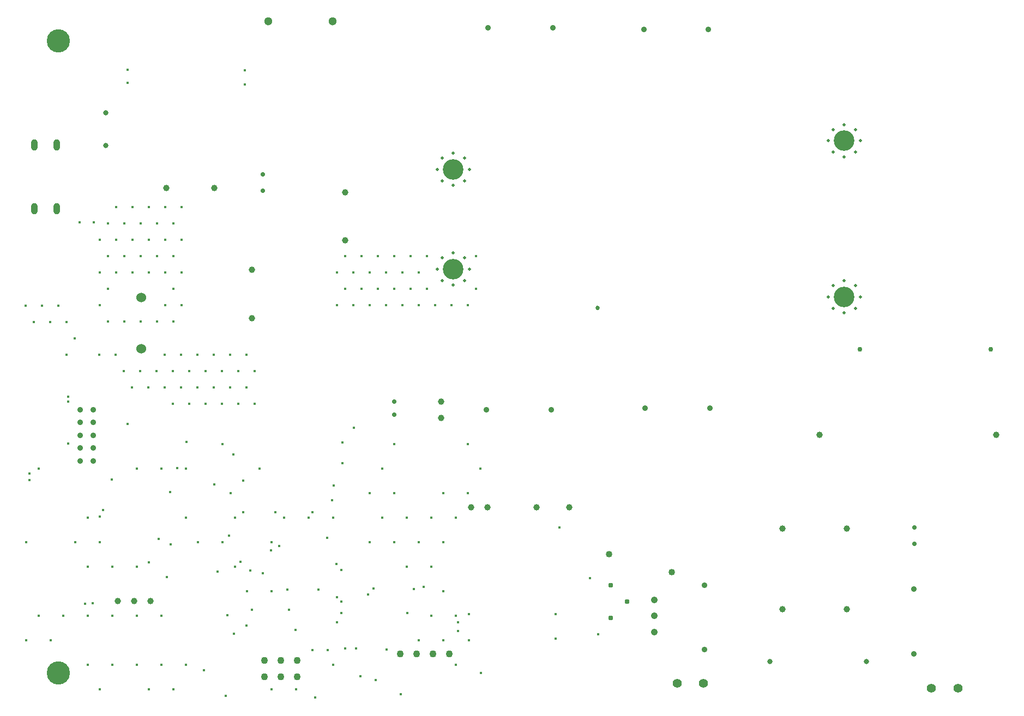
<source format=gbr>
%TF.GenerationSoftware,Altium Limited,Altium Designer,20.0.13 (296)*%
G04 Layer_Color=0*
%FSLAX26Y26*%
%MOIN*%
%TF.FileFunction,Plated,1,2,PTH,Drill*%
%TF.Part,Single*%
G01*
G75*
%TA.AperFunction,ComponentDrill*%
%ADD201C,0.142000*%
%ADD202O,0.040000X0.070000*%
%ADD203C,0.031102*%
%ADD204C,0.043307*%
%ADD205C,0.027000*%
%ADD206C,0.125984*%
%ADD207C,0.040000*%
%ADD208C,0.055000*%
%ADD209C,0.060000*%
%ADD210C,0.043504*%
%ADD211C,0.039370*%
%ADD212C,0.035433*%
%ADD213C,0.027559*%
%ADD214C,0.039370*%
%ADD215C,0.031496*%
%ADD216C,0.030000*%
%ADD217C,0.027559*%
%ADD218C,0.041732*%
%ADD219C,0.031496*%
%ADD220C,0.035000*%
%ADD221C,0.051181*%
%ADD222C,0.035000*%
%TA.AperFunction,ViaDrill,NotFilled*%
%ADD223C,0.015000*%
%ADD224C,0.020000*%
D201*
X245000Y220000D02*
D03*
Y4085000D02*
D03*
D202*
X100000Y3058561D02*
D03*
Y3449112D02*
D03*
X233858Y3058561D02*
D03*
Y3449112D02*
D03*
D203*
X3622000Y755000D02*
D03*
X3722000Y655000D02*
D03*
X3622000Y555000D02*
D03*
D204*
X1705000Y295000D02*
D03*
Y195000D02*
D03*
X1605000Y295000D02*
D03*
Y195000D02*
D03*
X1505000Y295000D02*
D03*
Y195000D02*
D03*
D205*
X3542209Y2452601D02*
D03*
D206*
X5050000Y2520000D02*
D03*
Y3475000D02*
D03*
X2660000Y3300000D02*
D03*
Y2690000D02*
D03*
D207*
X3613000Y945000D02*
D03*
X3995000Y838000D02*
D03*
D208*
X4190000Y155000D02*
D03*
X4027008D02*
D03*
X5582008Y125000D02*
D03*
X5745000D02*
D03*
D209*
X753000Y2516405D02*
D03*
Y2204595D02*
D03*
D210*
X2335630Y335000D02*
D03*
X2635630D02*
D03*
X2535630D02*
D03*
X2435630D02*
D03*
D211*
X808032Y661417D02*
D03*
X708032D02*
D03*
X608032D02*
D03*
X3370000Y1233150D02*
D03*
X2870000D02*
D03*
X2770000D02*
D03*
X3170000D02*
D03*
X5980000Y1675000D02*
D03*
X4897323D02*
D03*
X1200000Y3185000D02*
D03*
X904724D02*
D03*
D212*
X458740Y1752480D02*
D03*
Y1831220D02*
D03*
Y1673740D02*
D03*
X380000Y1752480D02*
D03*
Y1831220D02*
D03*
Y1673740D02*
D03*
X458740Y1516260D02*
D03*
Y1595000D02*
D03*
X380000Y1516260D02*
D03*
Y1595000D02*
D03*
D213*
X1495000Y3170000D02*
D03*
Y3270000D02*
D03*
X5480000Y1110000D02*
D03*
Y1010000D02*
D03*
D214*
X2000000Y3160276D02*
D03*
Y2865000D02*
D03*
X1430000Y2390000D02*
D03*
Y2685276D02*
D03*
X5065000Y1102126D02*
D03*
Y610000D02*
D03*
X4671299Y1102126D02*
D03*
Y610000D02*
D03*
X2585669Y1879213D02*
D03*
Y1780787D02*
D03*
D215*
X535000Y3448150D02*
D03*
Y3645000D02*
D03*
D216*
X5145000Y2200000D02*
D03*
X5945394D02*
D03*
D217*
X2300000Y1878740D02*
D03*
Y1800000D02*
D03*
D218*
X3887000Y470575D02*
D03*
Y667425D02*
D03*
Y569000D02*
D03*
D219*
X4594449Y290000D02*
D03*
X5185000D02*
D03*
D220*
X3256850Y1830000D02*
D03*
X2863150D02*
D03*
X4220000Y4157500D02*
D03*
X3826299D02*
D03*
X3266850Y4165000D02*
D03*
X2873150D02*
D03*
X4226850Y1840000D02*
D03*
X3833150D02*
D03*
D221*
X1921701Y4208000D02*
D03*
X1528000D02*
D03*
D222*
X4195793Y363150D02*
D03*
Y756850D02*
D03*
X5475000Y731850D02*
D03*
Y338150D02*
D03*
D223*
X1950000Y2670000D02*
D03*
X2350000D02*
D03*
X2400000Y2570000D02*
D03*
X2000000Y2770000D02*
D03*
X2550000Y2470000D02*
D03*
X2650000D02*
D03*
X2150000D02*
D03*
X2500000Y2770000D02*
D03*
Y2570000D02*
D03*
X2250000Y2670000D02*
D03*
X2200000Y2570000D02*
D03*
X2100000Y2770000D02*
D03*
X2300000D02*
D03*
X2100000Y2570000D02*
D03*
X2350000Y2470000D02*
D03*
X2150000Y2670000D02*
D03*
X2300000Y2570000D02*
D03*
X2400000Y2770000D02*
D03*
X2800000Y2570000D02*
D03*
X2000000D02*
D03*
X2450000Y2670000D02*
D03*
X2800000Y2770000D02*
D03*
X2450000Y2470000D02*
D03*
X2750000D02*
D03*
X2050000Y2670000D02*
D03*
Y2470000D02*
D03*
X1950000D02*
D03*
X2250000D02*
D03*
X2200000Y2770000D02*
D03*
X931000Y1007000D02*
D03*
X907000Y805000D02*
D03*
X3545118Y456575D02*
D03*
X2339755Y90000D02*
D03*
X456000Y645000D02*
D03*
X410000Y644000D02*
D03*
X2830000Y220000D02*
D03*
X2750000Y1620000D02*
D03*
X2825000Y1470000D02*
D03*
X2750000Y1320000D02*
D03*
X2600000D02*
D03*
X2675000Y1170000D02*
D03*
X2600000Y1020000D02*
D03*
Y720000D02*
D03*
X2675000Y570000D02*
D03*
X2600000Y420000D02*
D03*
X2675000Y270000D02*
D03*
X2525000Y1170000D02*
D03*
X2450000Y1020000D02*
D03*
X2525000Y870000D02*
D03*
Y570000D02*
D03*
X2450000Y420000D02*
D03*
X2300000Y1620000D02*
D03*
Y1320000D02*
D03*
X2375000Y1170000D02*
D03*
X2300000Y1020000D02*
D03*
X2375000Y870000D02*
D03*
X2225000Y1470000D02*
D03*
X2150000Y1320000D02*
D03*
X2225000Y1170000D02*
D03*
X2150000Y1020000D02*
D03*
X1925000Y1170000D02*
D03*
Y270000D02*
D03*
X1775000Y1170000D02*
D03*
X1700000Y120000D02*
D03*
X1625000Y1170000D02*
D03*
X1550000Y1020000D02*
D03*
Y720000D02*
D03*
Y120000D02*
D03*
X1475000Y1470000D02*
D03*
X1400000Y720000D02*
D03*
X1250000Y1620000D02*
D03*
X1325000Y1170000D02*
D03*
X1250000Y1020000D02*
D03*
X1325000Y870000D02*
D03*
X1100000Y1020000D02*
D03*
X1025000Y1470000D02*
D03*
Y1170000D02*
D03*
Y270000D02*
D03*
X950000Y120000D02*
D03*
X875000Y1470000D02*
D03*
Y570000D02*
D03*
Y270000D02*
D03*
X800000Y120000D02*
D03*
X725000Y1470000D02*
D03*
Y870000D02*
D03*
Y570000D02*
D03*
Y270000D02*
D03*
X500000Y1020000D02*
D03*
X575000Y870000D02*
D03*
Y570000D02*
D03*
Y270000D02*
D03*
X500000Y120000D02*
D03*
X425000Y1170000D02*
D03*
X350000Y1020000D02*
D03*
X425000Y870000D02*
D03*
Y570000D02*
D03*
Y270000D02*
D03*
X275000Y570000D02*
D03*
X200000Y420000D02*
D03*
X125000Y1470000D02*
D03*
X50000Y1020000D02*
D03*
X125000Y570000D02*
D03*
X50000Y420000D02*
D03*
X2253409Y362755D02*
D03*
X1445000Y2065000D02*
D03*
Y1865000D02*
D03*
X1395000Y2165000D02*
D03*
X1345000Y2065000D02*
D03*
X1395000Y1965000D02*
D03*
X1345000Y1865000D02*
D03*
X1295000Y2165000D02*
D03*
X1245000Y2065000D02*
D03*
X1295000Y1965000D02*
D03*
X1245000Y1865000D02*
D03*
X1195000Y2165000D02*
D03*
X1145000Y2065000D02*
D03*
X1195000Y1965000D02*
D03*
X1145000Y1865000D02*
D03*
X1095000Y2165000D02*
D03*
X1045000Y2065000D02*
D03*
X1095000Y1965000D02*
D03*
X1045000Y1865000D02*
D03*
X995000Y2165000D02*
D03*
X945000Y2065000D02*
D03*
X995000Y1965000D02*
D03*
X945000Y1865000D02*
D03*
X895000Y2165000D02*
D03*
X845000Y2065000D02*
D03*
X895000Y1965000D02*
D03*
X745000Y2065000D02*
D03*
X795000Y1965000D02*
D03*
X645000Y2065000D02*
D03*
X695000Y1965000D02*
D03*
X595000Y2165000D02*
D03*
X495000D02*
D03*
X345000Y2265000D02*
D03*
X245000Y2465000D02*
D03*
X295000Y2365000D02*
D03*
Y2165000D02*
D03*
X145000Y2465000D02*
D03*
X195000Y2365000D02*
D03*
X45000Y2465000D02*
D03*
X95000Y2365000D02*
D03*
X1000000Y3070000D02*
D03*
X950000Y2970000D02*
D03*
X1000000Y2870000D02*
D03*
X950000Y2770000D02*
D03*
X1000000Y2670000D02*
D03*
X950000Y2570000D02*
D03*
X1000000Y2470000D02*
D03*
X950000Y2370000D02*
D03*
X900000Y3070000D02*
D03*
X850000Y2970000D02*
D03*
X900000Y2870000D02*
D03*
X850000Y2770000D02*
D03*
X900000Y2670000D02*
D03*
Y2470000D02*
D03*
X850000Y2370000D02*
D03*
X800000Y3070000D02*
D03*
X750000Y2970000D02*
D03*
X800000Y2870000D02*
D03*
X750000Y2770000D02*
D03*
X800000Y2670000D02*
D03*
X750000Y2370000D02*
D03*
X700000Y3070000D02*
D03*
X650000Y2970000D02*
D03*
X700000Y2870000D02*
D03*
X650000Y2770000D02*
D03*
X700000Y2670000D02*
D03*
X650000Y2370000D02*
D03*
X600000Y3070000D02*
D03*
X550000Y2970000D02*
D03*
X600000Y2870000D02*
D03*
X550000Y2770000D02*
D03*
X600000Y2670000D02*
D03*
X550000Y2570000D02*
D03*
Y2370000D02*
D03*
X500000Y2870000D02*
D03*
Y2670000D02*
D03*
Y2470000D02*
D03*
X2419298Y733071D02*
D03*
X1930039Y1365000D02*
D03*
X1269055Y78307D02*
D03*
X971575Y1472599D02*
D03*
X1318268Y460000D02*
D03*
X1134213Y236544D02*
D03*
X1374765Y1397860D02*
D03*
X1298974Y1321299D02*
D03*
X1198465Y1374409D02*
D03*
X929429Y1326535D02*
D03*
X668091Y1741627D02*
D03*
X305842Y1624651D02*
D03*
X2052835Y1719291D02*
D03*
X1800000Y361026D02*
D03*
X1816516Y68416D02*
D03*
X2690000Y475000D02*
D03*
Y528465D02*
D03*
X2755000Y580000D02*
D03*
X2480000Y745000D02*
D03*
X2380000Y585500D02*
D03*
X2185000Y175000D02*
D03*
X1892677Y360000D02*
D03*
X2092500Y200000D02*
D03*
X1655500Y606535D02*
D03*
X1949628Y684864D02*
D03*
X2138740Y698740D02*
D03*
X2170236Y735748D02*
D03*
X860000Y1040000D02*
D03*
X1280000Y572756D02*
D03*
X1220000Y840000D02*
D03*
X1645000Y730236D02*
D03*
X1695000Y483764D02*
D03*
X1395000Y509764D02*
D03*
X1356811Y900000D02*
D03*
X1428500Y605535D02*
D03*
X1945670Y885000D02*
D03*
X1976370Y850000D02*
D03*
X1920000Y1276653D02*
D03*
X2000000Y370000D02*
D03*
X498080Y1178080D02*
D03*
X798465Y897798D02*
D03*
X1572189Y1203606D02*
D03*
X1799882D02*
D03*
X1374765D02*
D03*
X1887919Y1046535D02*
D03*
X1420000Y847111D02*
D03*
X1290000Y1060000D02*
D03*
X1495000Y831055D02*
D03*
X1545000Y971535D02*
D03*
X1595000Y997535D02*
D03*
X518080Y1218080D02*
D03*
X571693Y1403260D02*
D03*
X1975000Y588071D02*
D03*
Y656035D02*
D03*
X1949764Y531000D02*
D03*
X1315000Y1557599D02*
D03*
X2065000Y370000D02*
D03*
X1835000Y730236D02*
D03*
X2755000Y420000D02*
D03*
X305000Y1880000D02*
D03*
Y1909961D02*
D03*
X1028465Y1632599D02*
D03*
X70000Y1400000D02*
D03*
Y1439488D02*
D03*
X463402Y2975000D02*
D03*
X376598D02*
D03*
X670000Y3910591D02*
D03*
Y3830000D02*
D03*
X1386000Y3905000D02*
D03*
Y3820000D02*
D03*
X3495000Y800000D02*
D03*
X3306850Y1110000D02*
D03*
X3285000Y430500D02*
D03*
Y580000D02*
D03*
X1980905Y1501667D02*
D03*
X1980906Y1628333D02*
D03*
D224*
X2729597Y3230403D02*
D03*
X2758425Y3300000D02*
D03*
X2660000Y3201575D02*
D03*
X2590403Y3369597D02*
D03*
X2561575Y3300000D02*
D03*
X2660000Y3398425D02*
D03*
X2590403Y3230403D02*
D03*
X2729597Y3369597D02*
D03*
Y2620403D02*
D03*
X2758425Y2690000D02*
D03*
X2660000Y2591575D02*
D03*
X2590403Y2759597D02*
D03*
X2561575Y2690000D02*
D03*
X2660000Y2788425D02*
D03*
X2590403Y2620403D02*
D03*
X2729597Y2759597D02*
D03*
X5119597Y3405403D02*
D03*
X5148425Y3475000D02*
D03*
X5050000Y3376575D02*
D03*
X4980403Y3544597D02*
D03*
X4951575Y3475000D02*
D03*
X5050000Y3573425D02*
D03*
X4980403Y3405403D02*
D03*
X5119597Y3544597D02*
D03*
Y2450403D02*
D03*
X5148425Y2520000D02*
D03*
X5050000Y2421575D02*
D03*
X4980403Y2589597D02*
D03*
X4951575Y2520000D02*
D03*
X5050000Y2618425D02*
D03*
X4980403Y2450403D02*
D03*
X5119597Y2589597D02*
D03*
%TF.MD5,bf619f05118446f602b310d6dc1b188f*%
M02*

</source>
